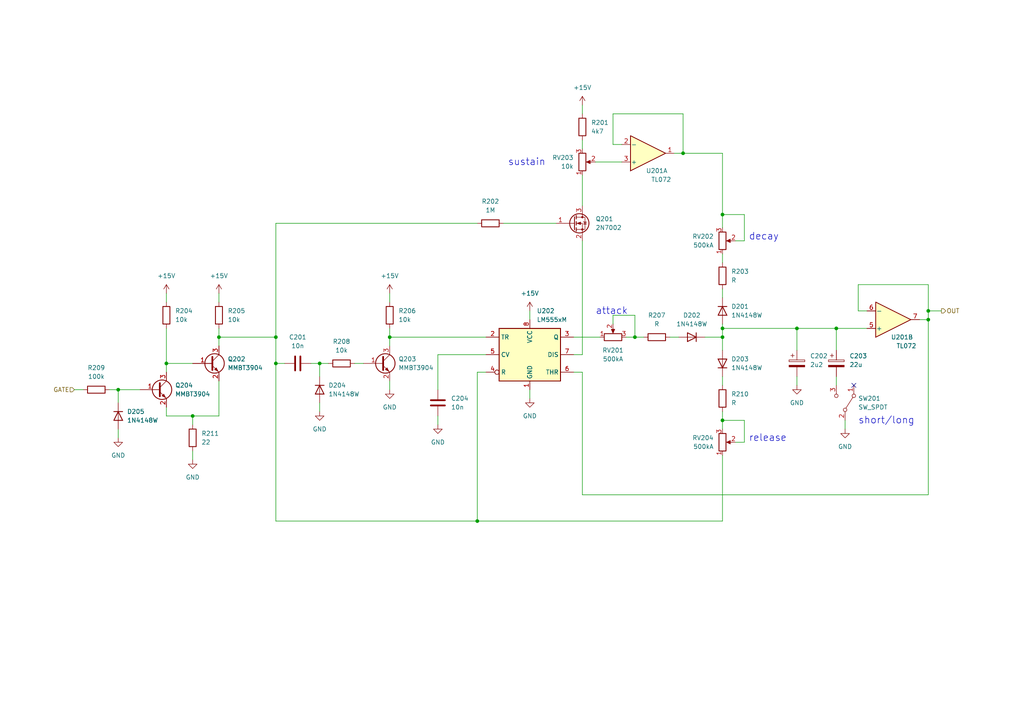
<source format=kicad_sch>
(kicad_sch (version 20211123) (generator eeschema)
  (paper "A4")
  (title_block (title "Josh Ox Ribbon Synth ADSR board") (date "2022-06-12") (rev "0") (comment 2 "creativecommons.org/licences/by/4.0") (comment 3 "license: CC by 4.0") (comment 4 "Author: Jordan Aceto"))
  (lib_symbols
    (symbol "Amplifier_Operational:TL072" (pin_names (offset 0.127))
      (property "Reference" "U" (at 0 5.08 0))
      (property "Value" "TL072" (at 0 -5.08 0))
      (symbol "TL072_1_1"
        (polyline (pts (xy -5.08 5.08) (xy 5.08 0) (xy -5.08 -5.08) (xy -5.08 5.08)) (stroke (width 0.254)) (fill (type background)))
        (pin output line (at 7.62 0 180) (length 2.54) (name "~") (number "1"))
        (pin input line (at -7.62 -2.54 0) (length 2.54) (name "-") (number "2"))
        (pin input line (at -7.62 2.54 0) (length 2.54) (name "+") (number "3"))
      )
      (symbol "TL072_2_1"
        (polyline (pts (xy -5.08 5.08) (xy 5.08 0) (xy -5.08 -5.08) (xy -5.08 5.08)) (stroke (width 0.254)) (fill (type background)))
        (pin input line (at -7.62 2.54 0) (length 2.54) (name "+") (number "5"))
        (pin input line (at -7.62 -2.54 0) (length 2.54) (name "-") (number "6"))
        (pin output line (at 7.62 0 180) (length 2.54) (name "~") (number "7"))
      )
      (symbol "TL072_3_1"
        (pin power_in line (at -2.54 -7.62 90) (length 3.81) (name "V-") (number "4"))
        (pin power_in line (at -2.54 7.62 270) (length 3.81) (name "V+") (number "8"))
      )
    )
    (symbol "Device:C" (pin_numbers hide) (pin_names (offset 0.254))
      (property "Reference" "C" (at 0.635 2.54 0))
      (property "Value" "C" (at 0.635 -2.54 0))
      (symbol "C_0_1"
        (polyline (pts (xy -2.032 -0.762) (xy 2.032 -0.762)) (stroke (width 0.508)))
        (polyline (pts (xy -2.032 0.762) (xy 2.032 0.762)) (stroke (width 0.508)))
      )
      (symbol "C_1_1"
        (pin passive line (at 0 3.81 270) (length 2.794) (name "~") (number "1"))
        (pin passive line (at 0 -3.81 90) (length 2.794) (name "~") (number "2"))
      )
    )
    (symbol "Device:C_Polarized" (pin_numbers hide) (pin_names (offset 0.254))
      (property "Reference" "C" (at 0.635 2.54 0))
      (property "Value" "C_Polarized" (at 0.635 -2.54 0))
      (symbol "C_Polarized_0_1"
        (rectangle (start -2.286 0.508) (end 2.286 1.016))
        (polyline (pts (xy -1.778 2.286) (xy -0.762 2.286)))
        (polyline (pts (xy -1.27 2.794) (xy -1.27 1.778)))
        (rectangle (start 2.286 -0.508) (end -2.286 -1.016) (fill (type outline)))
      )
      (symbol "C_Polarized_1_1"
        (pin passive line (at 0 3.81 270) (length 2.794) (name "~") (number "1"))
        (pin passive line (at 0 -3.81 90) (length 2.794) (name "~") (number "2"))
      )
    )
    (symbol "Device:R" (pin_numbers hide) (pin_names (offset 0))
      (property "Reference" "R" (at 2.032 0 90))
      (property "Value" "R" (at 0 0 90))
      (symbol "R_0_1"
        (rectangle (start -1.016 -2.54) (end 1.016 2.54) (stroke (width 0.254)))
      )
      (symbol "R_1_1"
        (pin passive line (at 0 3.81 270) (length 1.27) (name "~") (number "1"))
        (pin passive line (at 0 -3.81 90) (length 1.27) (name "~") (number "2"))
      )
    )
    (symbol "Device:R_Potentiometer" (pin_names (offset 1.016) hide)
      (property "Reference" "RV" (at -4.445 0 90))
      (property "Value" "R_Potentiometer" (at -2.54 0 90))
      (symbol "R_Potentiometer_0_1"
        (polyline (pts (xy 2.54 0) (xy 1.524 0)))
        (polyline (pts (xy 1.143 0) (xy 2.286 0.508) (xy 2.286 -0.508) (xy 1.143 0)) (fill (type outline)))
        (rectangle (start 1.016 2.54) (end -1.016 -2.54) (stroke (width 0.254)))
      )
      (symbol "R_Potentiometer_1_1"
        (pin passive line (at 0 3.81 270) (length 1.27) (name "1") (number "1"))
        (pin passive line (at 3.81 0 180) (length 1.27) (name "2") (number "2"))
        (pin passive line (at 0 -3.81 90) (length 1.27) (name "3") (number "3"))
      )
    )
    (symbol "Diode:1N4148W" (pin_numbers hide) (pin_names (offset 1.016) hide)
      (property "Reference" "D" (at 0 2.54 0))
      (property "Value" "1N4148W" (at 0 -2.54 0))
      (symbol "1N4148W_0_1"
        (polyline (pts (xy -1.27 1.27) (xy -1.27 -1.27)) (stroke (width 0.254)))
        (polyline (pts (xy 1.27 0) (xy -1.27 0)))
        (polyline (pts (xy 1.27 1.27) (xy 1.27 -1.27) (xy -1.27 0) (xy 1.27 1.27)) (stroke (width 0.254)))
      )
      (symbol "1N4148W_1_1"
        (pin passive line (at -3.81 0 0) (length 2.54) (name "K") (number "1"))
        (pin passive line (at 3.81 0 180) (length 2.54) (name "A") (number "2"))
      )
    )
    (symbol "Switch:SW_SPDT" (pin_names (offset 0) hide)
      (property "Reference" "SW" (at 0 4.318 0))
      (property "Value" "SW_SPDT" (at 0 -5.08 0))
      (symbol "SW_SPDT_0_0"
        (circle (center -2.032 0) (radius 0.508))
        (circle (center 2.032 -2.54) (radius 0.508))
      )
      (symbol "SW_SPDT_0_1"
        (polyline (pts (xy -1.524 0.254) (xy 1.651 2.286)))
        (circle (center 2.032 2.54) (radius 0.508))
      )
      (symbol "SW_SPDT_1_1"
        (pin passive line (at 5.08 2.54 180) (length 2.54) (name "A") (number "1"))
        (pin passive line (at -5.08 0 0) (length 2.54) (name "B") (number "2"))
        (pin passive line (at 5.08 -2.54 180) (length 2.54) (name "C") (number "3"))
      )
    )
    (symbol "Timer:LM555xM"
      (property "Reference" "U" (at -10.16 8.89 0))
      (property "Value" "LM555xM" (at 2.54 8.89 0))
      (symbol "LM555xM_0_0"
        (pin power_in line (at 0 -10.16 90) (length 2.54) (name "GND") (number "1"))
        (pin power_in line (at 0 10.16 270) (length 2.54) (name "VCC") (number "8"))
      )
      (symbol "LM555xM_0_1"
        (rectangle (start -8.89 -7.62) (end 8.89 7.62) (stroke (width 0.254)) (fill (type background)))
        (rectangle (start -8.89 -7.62) (end 8.89 7.62) (stroke (width 0.254)) (fill (type background)))
      )
      (symbol "LM555xM_1_1"
        (pin input line (at -12.7 5.08 0) (length 3.81) (name "TR") (number "2"))
        (pin output line (at 12.7 5.08 180) (length 3.81) (name "Q") (number "3"))
        (pin input inverted (at -12.7 -5.08 0) (length 3.81) (name "R") (number "4"))
        (pin input line (at -12.7 0 0) (length 3.81) (name "CV") (number "5"))
        (pin input line (at 12.7 -5.08 180) (length 3.81) (name "THR") (number "6"))
        (pin input line (at 12.7 0 180) (length 3.81) (name "DIS") (number "7"))
      )
    )
    (symbol "Transistor_BJT:MMBT3904" (pin_names (offset 0) hide)
      (property "Reference" "Q" (at 5.08 1.905 0))
      (property "Value" "MMBT3904" (at 5.08 0 0))
      (symbol "MMBT3904_0_1"
        (polyline (pts (xy 0.635 0.635) (xy 2.54 2.54)))
        (polyline (pts (xy 0.635 -0.635) (xy 2.54 -2.54) (xy 2.54 -2.54)))
        (polyline (pts (xy 0.635 1.905) (xy 0.635 -1.905) (xy 0.635 -1.905)) (stroke (width 0.508)))
        (polyline (pts (xy 1.27 -1.778) (xy 1.778 -1.27) (xy 2.286 -2.286) (xy 1.27 -1.778) (xy 1.27 -1.778)) (fill (type outline)))
        (circle (center 1.27 0) (radius 2.8194) (stroke (width 0.254)))
      )
      (symbol "MMBT3904_1_1"
        (pin input line (at -5.08 0 0) (length 5.715) (name "B") (number "1"))
        (pin passive line (at 2.54 -5.08 90) (length 2.54) (name "E") (number "2"))
        (pin passive line (at 2.54 5.08 270) (length 2.54) (name "C") (number "3"))
      )
    )
    (symbol "Transistor_FET:2N7002" (pin_names hide)
      (property "Reference" "Q" (at 5.08 1.905 0))
      (property "Value" "2N7002" (at 5.08 0 0))
      (symbol "2N7002_0_1"
        (polyline (pts (xy 0.254 0) (xy -2.54 0)))
        (polyline (pts (xy 0.254 1.905) (xy 0.254 -1.905)) (stroke (width 0.254)))
        (polyline (pts (xy 0.762 -1.27) (xy 0.762 -2.286)) (stroke (width 0.254)))
        (polyline (pts (xy 0.762 0.508) (xy 0.762 -0.508)) (stroke (width 0.254)))
        (polyline (pts (xy 0.762 2.286) (xy 0.762 1.27)) (stroke (width 0.254)))
        (polyline (pts (xy 2.54 2.54) (xy 2.54 1.778)))
        (polyline (pts (xy 2.54 -2.54) (xy 2.54 0) (xy 0.762 0)))
        (polyline (pts (xy 0.762 -1.778) (xy 3.302 -1.778) (xy 3.302 1.778) (xy 0.762 1.778)))
        (polyline (pts (xy 1.016 0) (xy 2.032 0.381) (xy 2.032 -0.381) (xy 1.016 0)) (fill (type outline)))
        (polyline (pts (xy 2.794 0.508) (xy 2.921 0.381) (xy 3.683 0.381) (xy 3.81 0.254)))
        (polyline (pts (xy 3.302 0.381) (xy 2.921 -0.254) (xy 3.683 -0.254) (xy 3.302 0.381)))
        (circle (center 1.651 0) (radius 2.794) (stroke (width 0.254)))
        (circle (center 2.54 -1.778) (radius 0.254) (fill (type outline)))
        (circle (center 2.54 1.778) (radius 0.254) (fill (type outline)))
      )
      (symbol "2N7002_1_1"
        (pin input line (at -5.08 0 0) (length 2.54) (name "G") (number "1"))
        (pin passive line (at 2.54 -5.08 90) (length 2.54) (name "S") (number "2"))
        (pin passive line (at 2.54 5.08 270) (length 2.54) (name "D") (number "3"))
      )
    )
    (symbol "power:+15V" (power) (pin_names (offset 0))
      (property "Value" "+15V" (at 0 3.556 0))
      (symbol "+15V_0_1"
        (polyline (pts (xy -0.762 1.27) (xy 0 2.54)))
        (polyline (pts (xy 0 0) (xy 0 2.54)))
        (polyline (pts (xy 0 2.54) (xy 0.762 1.27)))
      )
      (symbol "+15V_1_1"
        (pin power_in line (at 0 0 90) (length 0) hide (name "+15V") (number "1"))
      )
    )
    (symbol "power:GND" (power) (pin_names (offset 0))
      (property "Value" "GND" (at 0 -3.81 0))
      (symbol "GND_0_1"
        (polyline (pts (xy 0 0) (xy 0 -1.27) (xy 1.27 -1.27) (xy 0 -2.54) (xy -1.27 -1.27) (xy 0 -1.27)))
      )
      (symbol "GND_1_1"
        (pin power_in line (at 0 0 270) (length 0) hide (name "GND") (number "1"))
      )
    )
  )
  (junction (at 48.26 105.41))
  (junction (at 184.15 97.79))
  (junction (at 113.03 97.79))
  (junction (at 138.43 151.13))
  (junction (at 209.55 62.23))
  (junction (at 55.88 120.65))
  (junction (at 231.14 95.25))
  (junction (at 269.24 92.71))
  (junction (at 242.57 95.25))
  (junction (at 80.01 105.41))
  (junction (at 198.12 44.45))
  (junction (at 209.55 121.92))
  (junction (at 92.71 105.41))
  (junction (at 269.24 90.17))
  (junction (at 80.01 97.79))
  (junction (at 209.55 97.79))
  (junction (at 209.55 95.25))
  (junction (at 63.5 97.79))
  (junction (at 34.29 113.03))
  (no_connect (at 247.65 111.76))
  (wire (pts (xy 231.14 95.25) (xy 242.57 95.25)))
  (wire (pts (xy 215.9 121.92) (xy 209.55 121.92)))
  (wire (pts (xy 48.26 105.41) (xy 48.26 107.95)))
  (wire (pts (xy 138.43 107.95) (xy 138.43 151.13)))
  (wire (pts (xy 209.55 121.92) (xy 209.55 119.38)))
  (wire (pts (xy 146.05 64.77) (xy 161.29 64.77)))
  (wire (pts (xy 63.5 95.25) (xy 63.5 97.79)))
  (wire (pts (xy 80.01 105.41) (xy 82.55 105.41)))
  (wire (pts (xy 168.91 50.8) (xy 168.91 59.69)))
  (wire (pts (xy 113.03 85.09) (xy 113.03 87.63)))
  (wire (pts (xy 168.91 30.48) (xy 168.91 33.02)))
  (wire (pts (xy 215.9 62.23) (xy 209.55 62.23)))
  (wire (pts (xy 248.92 82.55) (xy 269.24 82.55)))
  (wire (pts (xy 269.24 92.71) (xy 266.7 92.71)))
  (wire (pts (xy 209.55 111.76) (xy 209.55 109.22)))
  (wire (pts (xy 209.55 95.25) (xy 231.14 95.25)))
  (wire (pts (xy 180.34 41.91) (xy 177.8 41.91)))
  (wire (pts (xy 231.14 109.22) (xy 231.14 111.76)))
  (wire (pts (xy 184.15 91.44) (xy 184.15 97.79)))
  (wire (pts (xy 80.01 97.79) (xy 80.01 64.77)))
  (wire (pts (xy 245.11 121.92) (xy 245.11 124.46)))
  (wire (pts (xy 55.88 130.81) (xy 55.88 133.35)))
  (wire (pts (xy 172.72 46.99) (xy 180.34 46.99)))
  (wire (pts (xy 242.57 109.22) (xy 242.57 111.76)))
  (wire (pts (xy 269.24 82.55) (xy 269.24 90.17)))
  (wire (pts (xy 269.24 90.17) (xy 269.24 92.71)))
  (wire (pts (xy 153.67 113.03) (xy 153.67 115.57)))
  (wire (pts (xy 269.24 90.17) (xy 273.05 90.17)))
  (wire (pts (xy 48.26 85.09) (xy 48.26 87.63)))
  (wire (pts (xy 177.8 33.02) (xy 198.12 33.02)))
  (wire (pts (xy 34.29 124.46) (xy 34.29 127)))
  (wire (pts (xy 166.37 97.79) (xy 173.99 97.79)))
  (wire (pts (xy 209.55 86.36) (xy 209.55 83.82)))
  (wire (pts (xy 153.67 90.17) (xy 153.67 92.71)))
  (wire (pts (xy 248.92 90.17) (xy 248.92 82.55)))
  (wire (pts (xy 209.55 44.45) (xy 209.55 62.23)))
  (wire (pts (xy 80.01 105.41) (xy 80.01 97.79)))
  (wire (pts (xy 48.26 120.65) (xy 55.88 120.65)))
  (wire (pts (xy 204.47 97.79) (xy 209.55 97.79)))
  (wire (pts (xy 80.01 64.77) (xy 138.43 64.77)))
  (wire (pts (xy 215.9 69.85) (xy 215.9 62.23)))
  (wire (pts (xy 168.91 102.87) (xy 168.91 69.85)))
  (wire (pts (xy 209.55 66.04) (xy 209.55 62.23)))
  (wire (pts (xy 242.57 95.25) (xy 251.46 95.25)))
  (wire (pts (xy 213.36 69.85) (xy 215.9 69.85)))
  (wire (pts (xy 140.97 107.95) (xy 138.43 107.95)))
  (wire (pts (xy 80.01 151.13) (xy 80.01 105.41)))
  (wire (pts (xy 113.03 110.49) (xy 113.03 113.03)))
  (wire (pts (xy 177.8 91.44) (xy 184.15 91.44)))
  (wire (pts (xy 113.03 95.25) (xy 113.03 97.79)))
  (wire (pts (xy 138.43 151.13) (xy 80.01 151.13)))
  (wire (pts (xy 113.03 97.79) (xy 113.03 100.33)))
  (wire (pts (xy 181.61 97.79) (xy 184.15 97.79)))
  (wire (pts (xy 92.71 116.84) (xy 92.71 119.38)))
  (wire (pts (xy 31.75 113.03) (xy 34.29 113.03)))
  (wire (pts (xy 90.17 105.41) (xy 92.71 105.41)))
  (wire (pts (xy 177.8 41.91) (xy 177.8 33.02)))
  (wire (pts (xy 209.55 95.25) (xy 209.55 93.98)))
  (wire (pts (xy 209.55 124.46) (xy 209.55 121.92)))
  (wire (pts (xy 63.5 110.49) (xy 63.5 120.65)))
  (wire (pts (xy 194.31 97.79) (xy 196.85 97.79)))
  (wire (pts (xy 177.8 93.98) (xy 177.8 91.44)))
  (wire (pts (xy 251.46 90.17) (xy 248.92 90.17)))
  (wire (pts (xy 63.5 85.09) (xy 63.5 87.63)))
  (wire (pts (xy 209.55 73.66) (xy 209.55 76.2)))
  (wire (pts (xy 198.12 44.45) (xy 209.55 44.45)))
  (wire (pts (xy 269.24 143.51) (xy 269.24 92.71)))
  (wire (pts (xy 127 120.65) (xy 127 123.19)))
  (wire (pts (xy 231.14 95.25) (xy 231.14 101.6)))
  (wire (pts (xy 21.59 113.03) (xy 24.13 113.03)))
  (wire (pts (xy 48.26 95.25) (xy 48.26 105.41)))
  (wire (pts (xy 168.91 40.64) (xy 168.91 43.18)))
  (wire (pts (xy 127 102.87) (xy 127 113.03)))
  (wire (pts (xy 55.88 105.41) (xy 48.26 105.41)))
  (wire (pts (xy 209.55 97.79) (xy 209.55 95.25)))
  (wire (pts (xy 168.91 107.95) (xy 168.91 143.51)))
  (wire (pts (xy 198.12 33.02) (xy 198.12 44.45)))
  (wire (pts (xy 166.37 107.95) (xy 168.91 107.95)))
  (wire (pts (xy 113.03 97.79) (xy 140.97 97.79)))
  (wire (pts (xy 195.58 44.45) (xy 198.12 44.45)))
  (wire (pts (xy 63.5 97.79) (xy 80.01 97.79)))
  (wire (pts (xy 34.29 116.84) (xy 34.29 113.03)))
  (wire (pts (xy 209.55 101.6) (xy 209.55 97.79)))
  (wire (pts (xy 138.43 151.13) (xy 209.55 151.13)))
  (wire (pts (xy 63.5 97.79) (xy 63.5 100.33)))
  (wire (pts (xy 92.71 105.41) (xy 95.25 105.41)))
  (wire (pts (xy 209.55 151.13) (xy 209.55 132.08)))
  (wire (pts (xy 92.71 105.41) (xy 92.71 109.22)))
  (wire (pts (xy 215.9 128.27) (xy 215.9 121.92)))
  (wire (pts (xy 213.36 128.27) (xy 215.9 128.27)))
  (wire (pts (xy 140.97 102.87) (xy 127 102.87)))
  (wire (pts (xy 102.87 105.41) (xy 105.41 105.41)))
  (wire (pts (xy 242.57 95.25) (xy 242.57 101.6)))
  (wire (pts (xy 166.37 102.87) (xy 168.91 102.87)))
  (wire (pts (xy 48.26 118.11) (xy 48.26 120.65)))
  (wire (pts (xy 55.88 120.65) (xy 63.5 120.65)))
  (wire (pts (xy 168.91 143.51) (xy 269.24 143.51)))
  (wire (pts (xy 34.29 113.03) (xy 40.64 113.03)))
  (wire (pts (xy 184.15 97.79) (xy 186.69 97.79)))
  (wire (pts (xy 55.88 120.65) (xy 55.88 123.19)))
  (text "decay" (at 217.17 69.85 0) (effects (font (size 2 2)) (justify left bottom)))
  (text "short/long" (at 248.92 123.19 0) (effects (font (size 2 2)) (justify left bottom)))
  (text "attack" (at 172.72 91.44 0) (effects (font (size 2 2)) (justify left bottom)))
  (text "sustain" (at 147.32 48.26 0) (effects (font (size 2 2)) (justify left bottom)))
  (text "release" (at 217.17 128.27 0) (effects (font (size 2 2)) (justify left bottom)))
  (hierarchical_label "GATE" (shape input) (at 21.59 113.03 180))
  (hierarchical_label "OUT" (shape output) (at 273.05 90.17 0))
  (symbol (lib_id "Device:C_Polarized") (at 242.57 105.41 0) (unit 1)
    (property "Reference" "C203" (at 246.38 103.2509 0) (effects (justify left)))
    (property "Value" "22u" (at 246.38 105.7909 0) (effects (justify left)))
    (property "Footprint" "Capacitor_THT:CP_Radial_D6.3mm_P2.50mm" (effects hide))
  )
  (symbol (lib_id "power:+15V") (at 168.91 30.48 0) (unit 1)
    (property "Reference" "#PWR0201" (effects hide))
    (property "Value" "+15V" (at 168.91 25.4 0))
  )
  (symbol (lib_id "Device:C") (at 86.36 105.41 90) (unit 1)
    (property "Reference" "C201" (at 86.36 97.79 90))
    (property "Value" "10n" (at 86.36 100.33 90))
    (property "Footprint" "Capacitor_SMD:C_0805_2012Metric" (effects hide))
  )
  (symbol (lib_id "power:GND") (at 34.29 127 0) (unit 1)
    (property "Reference" "#PWR0212" (effects hide))
    (property "Value" "GND" (at 34.29 132.08 0))
  )
  (symbol (lib_id "power:+15V") (at 63.5 85.09 0) (unit 1)
    (property "Reference" "#PWR0203" (effects hide))
    (property "Value" "+15V" (at 63.5 80.01 0))
  )
  (symbol (lib_id "Device:C") (at 127 116.84 0) (unit 1)
    (property "Reference" "C204" (at 130.81 115.5699 0) (effects (justify left)))
    (property "Value" "10n" (at 130.81 118.1099 0) (effects (justify left)))
    (property "Footprint" "Capacitor_SMD:C_0805_2012Metric" (effects hide))
  )
  (symbol (lib_id "Device:R") (at 190.5 97.79 90) (unit 1)
    (property "Reference" "R207" (at 190.5 91.44 90))
    (property "Value" "R" (at 190.5 93.98 90))
    (property "Footprint" "Resistor_SMD:R_0805_2012Metric" (effects hide))
  )
  (symbol (lib_id "Device:R") (at 113.03 91.44 0) (unit 1)
    (property "Reference" "R206" (at 115.57 90.1699 0) (effects (justify left)))
    (property "Value" "10k" (at 115.57 92.7099 0) (effects (justify left)))
    (property "Footprint" "Resistor_SMD:R_0805_2012Metric" (effects hide))
  )
  (symbol (lib_id "Diode:1N4148W") (at 34.29 120.65 270) (unit 1)
    (property "Reference" "D205" (at 36.83 119.3799 90) (effects (justify left)))
    (property "Value" "1N4148W" (at 36.83 121.9199 90) (effects (justify left)))
    (property "Footprint" "Diode_SMD:D_SOD-123" (effects hide))
    (property "Datasheet" "https://www.vishay.com/docs/85748/1n4148w.pdf" (effects hide))
  )
  (symbol (lib_id "Diode:1N4148W") (at 209.55 90.17 270) (unit 1)
    (property "Reference" "D201" (at 212.09 88.8999 90) (effects (justify left)))
    (property "Value" "1N4148W" (at 212.09 91.4399 90) (effects (justify left)))
    (property "Footprint" "Diode_SMD:D_SOD-123" (effects hide))
    (property "Datasheet" "https://www.vishay.com/docs/85748/1n4148w.pdf" (effects hide))
  )
  (symbol (lib_id "Amplifier_Operational:TL072") (at 259.08 92.71 0) (mirror x) (unit 2)
    (property "Reference" "U201" (at 261.62 97.79 0))
    (property "Value" "TL072" (at 262.89 100.33 0))
    (property "Footprint" "Package_SO:SO-8_5.3x6.2mm_P1.27mm" (effects hide))
    (property "Datasheet" "http://www.ti.com/lit/ds/symlink/tl071.pdf" (effects hide))
  )
  (symbol (lib_id "Device:R") (at 48.26 91.44 0) (unit 1)
    (property "Reference" "R204" (at 50.8 90.1699 0) (effects (justify left)))
    (property "Value" "10k" (at 50.8 92.7099 0) (effects (justify left)))
    (property "Footprint" "Resistor_SMD:R_0805_2012Metric" (effects hide))
  )
  (symbol (lib_id "Timer:LM555xM") (at 153.67 102.87 0) (unit 1)
    (property "Reference" "U202" (at 155.6894 90.17 0) (effects (justify left)))
    (property "Value" "LM555xM" (at 155.6894 92.71 0) (effects (justify left)))
    (property "Footprint" "Package_SO:SOIC-8_3.9x4.9mm_P1.27mm" (effects hide))
    (property "Datasheet" "http://www.ti.com/lit/ds/symlink/lm555.pdf" (effects hide))
  )
  (symbol (lib_id "power:GND") (at 231.14 111.76 0) (unit 1)
    (property "Reference" "#PWR0206" (effects hide))
    (property "Value" "GND" (at 231.14 116.84 0))
  )
  (symbol (lib_id "Device:R") (at 27.94 113.03 90) (unit 1)
    (property "Reference" "R209" (at 27.94 106.68 90))
    (property "Value" "100k" (at 27.94 109.22 90))
    (property "Footprint" "Resistor_SMD:R_0805_2012Metric" (effects hide))
  )
  (symbol (lib_id "Device:C_Polarized") (at 231.14 105.41 0) (unit 1)
    (property "Reference" "C202" (at 234.95 103.2509 0) (effects (justify left)))
    (property "Value" "2u2" (at 234.95 105.7909 0) (effects (justify left)))
    (property "Footprint" "Capacitor_THT:CP_Radial_D6.3mm_P2.50mm" (effects hide))
  )
  (symbol (lib_id "Amplifier_Operational:TL072") (at 187.96 44.45 0) (mirror x) (unit 1)
    (property "Reference" "U201" (at 190.5 49.53 0))
    (property "Value" "TL072" (at 191.77 52.07 0))
    (property "Footprint" "Package_SO:SO-8_5.3x6.2mm_P1.27mm" (effects hide))
    (property "Datasheet" "http://www.ti.com/lit/ds/symlink/tl071.pdf" (effects hide))
  )
  (symbol (lib_id "Device:R") (at 209.55 80.01 0) (unit 1)
    (property "Reference" "R203" (at 212.09 78.74 0) (effects (justify left)))
    (property "Value" "R" (at 212.09 81.2799 0) (effects (justify left)))
    (property "Footprint" "Resistor_SMD:R_0805_2012Metric" (effects hide))
  )
  (symbol (lib_id "Device:R") (at 168.91 36.83 0) (unit 1)
    (property "Reference" "R201" (at 171.45 35.5599 0) (effects (justify left)))
    (property "Value" "4k7" (at 171.45 38.0999 0) (effects (justify left)))
    (property "Footprint" "Resistor_SMD:R_0805_2012Metric" (effects hide))
  )
  (symbol (lib_id "Diode:1N4148W") (at 92.71 113.03 270) (unit 1)
    (property "Reference" "D204" (at 95.25 111.7599 90) (effects (justify left)))
    (property "Value" "1N4148W" (at 95.25 114.2999 90) (effects (justify left)))
    (property "Footprint" "Diode_SMD:D_SOD-123" (effects hide))
    (property "Datasheet" "https://www.vishay.com/docs/85748/1n4148w.pdf" (effects hide))
  )
  (symbol (lib_id "power:GND") (at 113.03 113.03 0) (unit 1)
    (property "Reference" "#PWR0207" (effects hide))
    (property "Value" "GND" (at 113.03 118.11 0))
  )
  (symbol (lib_id "power:+15V") (at 153.67 90.17 0) (unit 1)
    (property "Reference" "#PWR0205" (effects hide))
    (property "Value" "+15V" (at 153.67 85.09 0))
  )
  (symbol (lib_id "Device:R_Potentiometer") (at 177.8 97.79 90) (unit 1)
    (property "Reference" "RV201" (at 177.8 101.6 90))
    (property "Value" "500kA" (at 177.8 104.14 90))
    (property "Footprint" "Potentiometer_THT:Potentiometer_Alpha_RD901F-40-00D_Single_Vertical" (effects hide))
  )
  (symbol (lib_id "Transistor_BJT:MMBT3904") (at 110.49 105.41 0) (unit 1)
    (property "Reference" "Q203" (at 115.57 104.1399 0) (effects (justify left)))
    (property "Value" "MMBT3904" (at 115.57 106.6799 0) (effects (justify left)))
    (property "Footprint" "Package_TO_SOT_SMD:SOT-23" (effects hide))
    (property "Datasheet" "https://www.onsemi.com/pub/Collateral/2N3903-D.PDF" (effects hide))
  )
  (symbol (lib_id "Device:R") (at 99.06 105.41 90) (unit 1)
    (property "Reference" "R208" (at 99.06 99.06 90))
    (property "Value" "10k" (at 99.06 101.6 90))
    (property "Footprint" "Resistor_SMD:R_0805_2012Metric" (effects hide))
  )
  (symbol (lib_id "power:+15V") (at 113.03 85.09 0) (unit 1)
    (property "Reference" "#PWR0204" (effects hide))
    (property "Value" "+15V" (at 113.03 80.01 0))
  )
  (symbol (lib_id "Device:R_Potentiometer") (at 209.55 128.27 0) (mirror x) (unit 1)
    (property "Reference" "RV204" (at 207.01 126.9999 0) (effects (justify right)))
    (property "Value" "500kA" (at 207.01 129.5399 0) (effects (justify right)))
    (property "Footprint" "Potentiometer_THT:Potentiometer_Alpha_RD901F-40-00D_Single_Vertical" (effects hide))
  )
  (symbol (lib_id "Device:R_Potentiometer") (at 209.55 69.85 0) (mirror x) (unit 1)
    (property "Reference" "RV202" (at 207.01 68.5799 0) (effects (justify right)))
    (property "Value" "500kA" (at 207.01 71.1199 0) (effects (justify right)))
    (property "Footprint" "Potentiometer_THT:Potentiometer_Alpha_RD901F-40-00D_Single_Vertical" (effects hide))
  )
  (symbol (lib_id "power:+15V") (at 48.26 85.09 0) (unit 1)
    (property "Reference" "#PWR0202" (effects hide))
    (property "Value" "+15V" (at 48.26 80.01 0))
  )
  (symbol (lib_id "power:GND") (at 92.71 119.38 0) (unit 1)
    (property "Reference" "#PWR0209" (effects hide))
    (property "Value" "GND" (at 92.71 124.46 0))
  )
  (symbol (lib_id "Transistor_FET:2N7002") (at 166.37 64.77 0) (unit 1)
    (property "Reference" "Q201" (at 172.72 63.4999 0) (effects (justify left)))
    (property "Value" "2N7002" (at 172.72 66.0399 0) (effects (justify left)))
    (property "Footprint" "Package_TO_SOT_SMD:SOT-23" (effects hide))
    (property "Datasheet" "https://www.onsemi.com/pub/Collateral/NDS7002A-D.PDF" (effects hide))
  )
  (symbol (lib_id "Device:R") (at 55.88 127 0) (unit 1)
    (property "Reference" "R211" (at 58.42 125.7299 0) (effects (justify left)))
    (property "Value" "22" (at 58.42 128.2699 0) (effects (justify left)))
    (property "Footprint" "Resistor_SMD:R_0805_2012Metric" (effects hide))
  )
  (symbol (lib_id "power:GND") (at 153.67 115.57 0) (unit 1)
    (property "Reference" "#PWR0208" (effects hide))
    (property "Value" "GND" (at 153.67 120.65 0))
  )
  (symbol (lib_id "power:GND") (at 55.88 133.35 0) (unit 1)
    (property "Reference" "#PWR0213" (effects hide))
    (property "Value" "GND" (at 55.88 138.43 0))
  )
  (symbol (lib_id "Diode:1N4148W") (at 209.55 105.41 90) (unit 1)
    (property "Reference" "D203" (at 212.09 104.1399 90) (effects (justify right)))
    (property "Value" "1N4148W" (at 212.09 106.6799 90) (effects (justify right)))
    (property "Footprint" "Diode_SMD:D_SOD-123" (effects hide))
    (property "Datasheet" "https://www.vishay.com/docs/85748/1n4148w.pdf" (effects hide))
  )
  (symbol (lib_id "Diode:1N4148W") (at 200.66 97.79 180) (unit 1)
    (property "Reference" "D202" (at 200.66 91.44 0))
    (property "Value" "1N4148W" (at 200.66 93.98 0))
    (property "Footprint" "Diode_SMD:D_SOD-123" (effects hide))
    (property "Datasheet" "https://www.vishay.com/docs/85748/1n4148w.pdf" (effects hide))
  )
  (symbol (lib_id "power:GND") (at 245.11 124.46 0) (unit 1)
    (property "Reference" "#PWR0211" (effects hide))
    (property "Value" "GND" (at 245.11 129.54 0))
  )
  (symbol (lib_id "Switch:SW_SPDT") (at 245.11 116.84 270) (mirror x) (unit 1)
    (property "Reference" "SW201" (at 248.92 115.5699 90) (effects (justify left)))
    (property "Value" "SW_SPDT" (at 248.92 118.1099 90) (effects (justify left)))
    (property "Footprint" "custom_footprints:SPDT_mini_toggle" (effects hide))
  )
  (symbol (lib_id "Device:R") (at 209.55 115.57 0) (unit 1)
    (property "Reference" "R210" (at 212.09 114.2999 0) (effects (justify left)))
    (property "Value" "R" (at 212.09 116.8399 0) (effects (justify left)))
    (property "Footprint" "Resistor_SMD:R_0805_2012Metric" (effects hide))
  )
  (symbol (lib_id "Device:R") (at 63.5 91.44 0) (unit 1)
    (property "Reference" "R205" (at 66.04 90.1699 0) (effects (justify left)))
    (property "Value" "10k" (at 66.04 92.7099 0) (effects (justify left)))
    (property "Footprint" "Resistor_SMD:R_0805_2012Metric" (effects hide))
  )
  (symbol (lib_id "power:GND") (at 127 123.19 0) (unit 1)
    (property "Reference" "#PWR0210" (effects hide))
    (property "Value" "GND" (at 127 128.27 0))
  )
  (symbol (lib_id "Transistor_BJT:MMBT3904") (at 45.72 113.03 0) (unit 1)
    (property "Reference" "Q204" (at 50.8 111.7599 0) (effects (justify left)))
    (property "Value" "MMBT3904" (at 50.8 114.2999 0) (effects (justify left)))
    (property "Footprint" "Package_TO_SOT_SMD:SOT-23" (effects hide))
    (property "Datasheet" "https://www.onsemi.com/pub/Collateral/2N3903-D.PDF" (effects hide))
  )
  (symbol (lib_id "Transistor_BJT:MMBT3904") (at 60.96 105.41 0) (unit 1)
    (property "Reference" "Q202" (at 66.04 104.1399 0) (effects (justify left)))
    (property "Value" "MMBT3904" (at 66.04 106.6799 0) (effects (justify left)))
    (property "Footprint" "Package_TO_SOT_SMD:SOT-23" (effects hide))
    (property "Datasheet" "https://www.onsemi.com/pub/Collateral/2N3903-D.PDF" (effects hide))
  )
  (symbol (lib_id "Device:R") (at 142.24 64.77 90) (unit 1)
    (property "Reference" "R202" (at 142.24 58.42 90))
    (property "Value" "1M" (at 142.24 60.96 90))
    (property "Footprint" "Resistor_SMD:R_0805_2012Metric" (effects hide))
  )
  (symbol (lib_id "Device:R_Potentiometer") (at 168.91 46.99 0) (mirror x) (unit 1)
    (property "Reference" "RV203" (at 166.37 45.7199 0) (effects (justify right)))
    (property "Value" "10k" (at 166.37 48.2599 0) (effects (justify right)))
    (property "Footprint" "Potentiometer_THT:Potentiometer_Alpha_RD901F-40-00D_Single_Vertical" (effects hide))
  )
)
</source>
